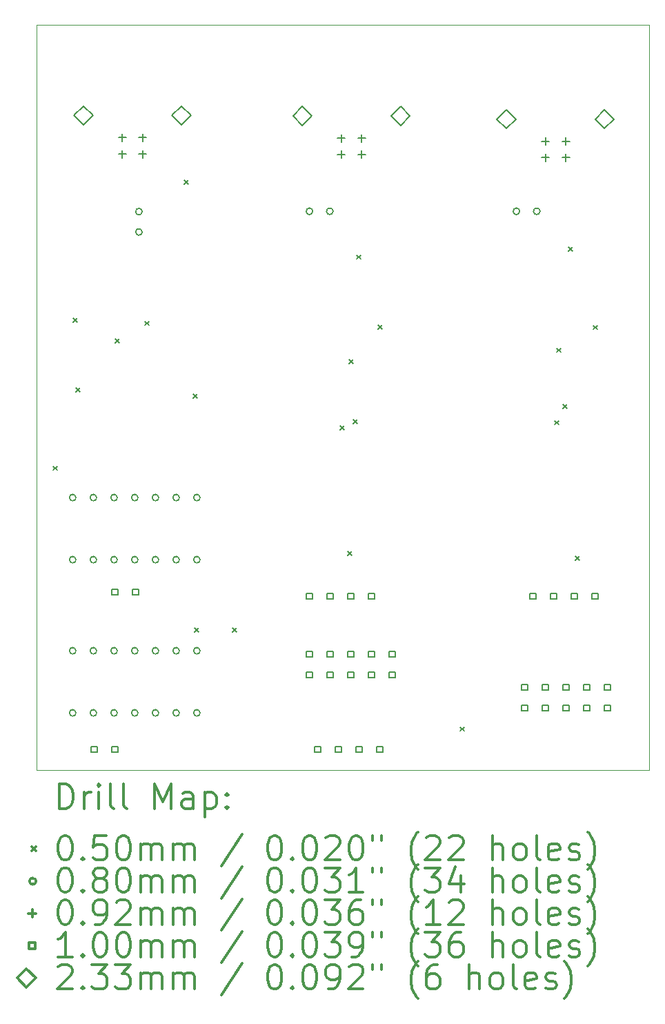
<source format=gbr>
%FSLAX45Y45*%
G04 Gerber Fmt 4.5, Leading zero omitted, Abs format (unit mm)*
G04 Created by KiCad (PCBNEW (5.1.2)-2) date 2019-08-09 03:15:42*
%MOMM*%
%LPD*%
G04 APERTURE LIST*
%ADD10C,0.050000*%
%ADD11C,0.120000*%
%ADD12C,0.200000*%
%ADD13C,0.300000*%
G04 APERTURE END LIST*
D10*
X8737600Y-14122400D02*
X8737600Y-4978400D01*
D11*
X16256000Y-14122400D02*
X16256000Y-4978400D01*
D10*
X8737600Y-4978400D02*
X16256000Y-4978400D01*
X8737600Y-14122400D02*
X16256000Y-14122400D01*
D12*
X8941200Y-10391540D02*
X8991200Y-10441540D01*
X8991200Y-10391540D02*
X8941200Y-10441540D01*
X9187580Y-8577980D02*
X9237580Y-8627980D01*
X9237580Y-8577980D02*
X9187580Y-8627980D01*
X9225680Y-9431420D02*
X9275680Y-9481420D01*
X9275680Y-9431420D02*
X9225680Y-9481420D01*
X9705740Y-8826900D02*
X9755740Y-8876900D01*
X9755740Y-8826900D02*
X9705740Y-8876900D01*
X10068960Y-8613540D02*
X10118960Y-8663540D01*
X10118960Y-8613540D02*
X10068960Y-8663540D01*
X10554100Y-6881260D02*
X10604100Y-6931260D01*
X10604100Y-6881260D02*
X10554100Y-6931260D01*
X10665860Y-9510160D02*
X10715860Y-9560160D01*
X10715860Y-9510160D02*
X10665860Y-9560160D01*
X10683640Y-12375280D02*
X10733640Y-12425280D01*
X10733640Y-12375280D02*
X10683640Y-12425280D01*
X11148460Y-12380360D02*
X11198460Y-12430360D01*
X11198460Y-12380360D02*
X11148460Y-12430360D01*
X12466720Y-9896240D02*
X12516720Y-9946240D01*
X12516720Y-9896240D02*
X12466720Y-9946240D01*
X12560700Y-11440560D02*
X12610700Y-11490560D01*
X12610700Y-11440560D02*
X12560700Y-11490560D01*
X12573400Y-9083440D02*
X12623400Y-9133440D01*
X12623400Y-9083440D02*
X12573400Y-9133440D01*
X12624200Y-9820040D02*
X12674200Y-9870040D01*
X12674200Y-9820040D02*
X12624200Y-9870040D01*
X12669920Y-7800740D02*
X12719920Y-7850740D01*
X12719920Y-7800740D02*
X12669920Y-7850740D01*
X12929000Y-8656720D02*
X12979000Y-8706720D01*
X12979000Y-8656720D02*
X12929000Y-8706720D01*
X13939920Y-13591940D02*
X13989920Y-13641940D01*
X13989920Y-13591940D02*
X13939920Y-13641940D01*
X15098160Y-9832740D02*
X15148160Y-9882740D01*
X15148160Y-9832740D02*
X15098160Y-9882740D01*
X15128640Y-8943740D02*
X15178640Y-8993740D01*
X15178640Y-8943740D02*
X15128640Y-8993740D01*
X15204840Y-9637160D02*
X15254840Y-9687160D01*
X15254840Y-9637160D02*
X15204840Y-9687160D01*
X15265800Y-7704220D02*
X15315800Y-7754220D01*
X15315800Y-7704220D02*
X15265800Y-7754220D01*
X15352160Y-11498980D02*
X15402160Y-11548980D01*
X15402160Y-11498980D02*
X15352160Y-11548980D01*
X15570600Y-8664340D02*
X15620600Y-8714340D01*
X15620600Y-8664340D02*
X15570600Y-8714340D01*
X12130400Y-7264400D02*
G75*
G03X12130400Y-7264400I-40000J0D01*
G01*
X12380400Y-7264400D02*
G75*
G03X12380400Y-7264400I-40000J0D01*
G01*
X10037440Y-7268400D02*
G75*
G03X10037440Y-7268400I-40000J0D01*
G01*
X10037440Y-7518400D02*
G75*
G03X10037440Y-7518400I-40000J0D01*
G01*
X9224640Y-12656820D02*
G75*
G03X9224640Y-12656820I-40000J0D01*
G01*
X9224640Y-13418820D02*
G75*
G03X9224640Y-13418820I-40000J0D01*
G01*
X9478640Y-12656820D02*
G75*
G03X9478640Y-12656820I-40000J0D01*
G01*
X9478640Y-13418820D02*
G75*
G03X9478640Y-13418820I-40000J0D01*
G01*
X9732640Y-12656820D02*
G75*
G03X9732640Y-12656820I-40000J0D01*
G01*
X9732640Y-13418820D02*
G75*
G03X9732640Y-13418820I-40000J0D01*
G01*
X9986640Y-12656820D02*
G75*
G03X9986640Y-12656820I-40000J0D01*
G01*
X9986640Y-13418820D02*
G75*
G03X9986640Y-13418820I-40000J0D01*
G01*
X10240640Y-12656820D02*
G75*
G03X10240640Y-12656820I-40000J0D01*
G01*
X10240640Y-13418820D02*
G75*
G03X10240640Y-13418820I-40000J0D01*
G01*
X10494640Y-12656820D02*
G75*
G03X10494640Y-12656820I-40000J0D01*
G01*
X10494640Y-13418820D02*
G75*
G03X10494640Y-13418820I-40000J0D01*
G01*
X10748640Y-12656820D02*
G75*
G03X10748640Y-12656820I-40000J0D01*
G01*
X10748640Y-13418820D02*
G75*
G03X10748640Y-13418820I-40000J0D01*
G01*
X14670400Y-7264400D02*
G75*
G03X14670400Y-7264400I-40000J0D01*
G01*
X14920400Y-7264400D02*
G75*
G03X14920400Y-7264400I-40000J0D01*
G01*
X9224640Y-10777220D02*
G75*
G03X9224640Y-10777220I-40000J0D01*
G01*
X9224640Y-11539220D02*
G75*
G03X9224640Y-11539220I-40000J0D01*
G01*
X9478640Y-10777220D02*
G75*
G03X9478640Y-10777220I-40000J0D01*
G01*
X9478640Y-11539220D02*
G75*
G03X9478640Y-11539220I-40000J0D01*
G01*
X9732640Y-10777220D02*
G75*
G03X9732640Y-10777220I-40000J0D01*
G01*
X9732640Y-11539220D02*
G75*
G03X9732640Y-11539220I-40000J0D01*
G01*
X9986640Y-10777220D02*
G75*
G03X9986640Y-10777220I-40000J0D01*
G01*
X9986640Y-11539220D02*
G75*
G03X9986640Y-11539220I-40000J0D01*
G01*
X10240640Y-10777220D02*
G75*
G03X10240640Y-10777220I-40000J0D01*
G01*
X10240640Y-11539220D02*
G75*
G03X10240640Y-11539220I-40000J0D01*
G01*
X10494640Y-10777220D02*
G75*
G03X10494640Y-10777220I-40000J0D01*
G01*
X10494640Y-11539220D02*
G75*
G03X10494640Y-11539220I-40000J0D01*
G01*
X10748640Y-10777220D02*
G75*
G03X10748640Y-10777220I-40000J0D01*
G01*
X10748640Y-11539220D02*
G75*
G03X10748640Y-11539220I-40000J0D01*
G01*
X12481000Y-6321000D02*
X12481000Y-6413000D01*
X12435000Y-6367000D02*
X12527000Y-6367000D01*
X12481000Y-6521000D02*
X12481000Y-6613000D01*
X12435000Y-6567000D02*
X12527000Y-6567000D01*
X12731000Y-6321000D02*
X12731000Y-6413000D01*
X12685000Y-6367000D02*
X12777000Y-6367000D01*
X12731000Y-6521000D02*
X12731000Y-6613000D01*
X12685000Y-6567000D02*
X12777000Y-6567000D01*
X14986000Y-6358000D02*
X14986000Y-6450000D01*
X14940000Y-6404000D02*
X15032000Y-6404000D01*
X14986000Y-6558000D02*
X14986000Y-6650000D01*
X14940000Y-6604000D02*
X15032000Y-6604000D01*
X15236000Y-6358000D02*
X15236000Y-6450000D01*
X15190000Y-6404000D02*
X15282000Y-6404000D01*
X15236000Y-6558000D02*
X15236000Y-6650000D01*
X15190000Y-6604000D02*
X15282000Y-6604000D01*
X9794240Y-6314820D02*
X9794240Y-6406820D01*
X9748240Y-6360820D02*
X9840240Y-6360820D01*
X9794240Y-6514820D02*
X9794240Y-6606820D01*
X9748240Y-6560820D02*
X9840240Y-6560820D01*
X10044240Y-6314820D02*
X10044240Y-6406820D01*
X9998240Y-6360820D02*
X10090240Y-6360820D01*
X10044240Y-6514820D02*
X10044240Y-6606820D01*
X9998240Y-6560820D02*
X10090240Y-6560820D01*
X12227356Y-13903756D02*
X12227356Y-13833044D01*
X12156644Y-13833044D01*
X12156644Y-13903756D01*
X12227356Y-13903756D01*
X12481356Y-13903756D02*
X12481356Y-13833044D01*
X12410644Y-13833044D01*
X12410644Y-13903756D01*
X12481356Y-13903756D01*
X12735356Y-13903756D02*
X12735356Y-13833044D01*
X12664644Y-13833044D01*
X12664644Y-13903756D01*
X12735356Y-13903756D01*
X12989356Y-13903756D02*
X12989356Y-13833044D01*
X12918644Y-13833044D01*
X12918644Y-13903756D01*
X12989356Y-13903756D01*
X12125756Y-12024156D02*
X12125756Y-11953444D01*
X12055044Y-11953444D01*
X12055044Y-12024156D01*
X12125756Y-12024156D01*
X12379756Y-12024156D02*
X12379756Y-11953444D01*
X12309044Y-11953444D01*
X12309044Y-12024156D01*
X12379756Y-12024156D01*
X12633756Y-12024156D02*
X12633756Y-11953444D01*
X12563044Y-11953444D01*
X12563044Y-12024156D01*
X12633756Y-12024156D01*
X12887756Y-12024156D02*
X12887756Y-11953444D01*
X12817044Y-11953444D01*
X12817044Y-12024156D01*
X12887756Y-12024156D01*
X9738156Y-11973356D02*
X9738156Y-11902644D01*
X9667444Y-11902644D01*
X9667444Y-11973356D01*
X9738156Y-11973356D01*
X9992156Y-11973356D02*
X9992156Y-11902644D01*
X9921444Y-11902644D01*
X9921444Y-11973356D01*
X9992156Y-11973356D01*
X14868956Y-12024156D02*
X14868956Y-11953444D01*
X14798244Y-11953444D01*
X14798244Y-12024156D01*
X14868956Y-12024156D01*
X15122956Y-12024156D02*
X15122956Y-11953444D01*
X15052244Y-11953444D01*
X15052244Y-12024156D01*
X15122956Y-12024156D01*
X15376956Y-12024156D02*
X15376956Y-11953444D01*
X15306244Y-11953444D01*
X15306244Y-12024156D01*
X15376956Y-12024156D01*
X15630956Y-12024156D02*
X15630956Y-11953444D01*
X15560244Y-11953444D01*
X15560244Y-12024156D01*
X15630956Y-12024156D01*
X14767356Y-13141756D02*
X14767356Y-13071044D01*
X14696644Y-13071044D01*
X14696644Y-13141756D01*
X14767356Y-13141756D01*
X14767356Y-13395756D02*
X14767356Y-13325044D01*
X14696644Y-13325044D01*
X14696644Y-13395756D01*
X14767356Y-13395756D01*
X15021356Y-13141756D02*
X15021356Y-13071044D01*
X14950644Y-13071044D01*
X14950644Y-13141756D01*
X15021356Y-13141756D01*
X15021356Y-13395756D02*
X15021356Y-13325044D01*
X14950644Y-13325044D01*
X14950644Y-13395756D01*
X15021356Y-13395756D01*
X15275356Y-13141756D02*
X15275356Y-13071044D01*
X15204644Y-13071044D01*
X15204644Y-13141756D01*
X15275356Y-13141756D01*
X15275356Y-13395756D02*
X15275356Y-13325044D01*
X15204644Y-13325044D01*
X15204644Y-13395756D01*
X15275356Y-13395756D01*
X15529356Y-13141756D02*
X15529356Y-13071044D01*
X15458644Y-13071044D01*
X15458644Y-13141756D01*
X15529356Y-13141756D01*
X15529356Y-13395756D02*
X15529356Y-13325044D01*
X15458644Y-13325044D01*
X15458644Y-13395756D01*
X15529356Y-13395756D01*
X15783356Y-13141756D02*
X15783356Y-13071044D01*
X15712644Y-13071044D01*
X15712644Y-13141756D01*
X15783356Y-13141756D01*
X15783356Y-13395756D02*
X15783356Y-13325044D01*
X15712644Y-13325044D01*
X15712644Y-13395756D01*
X15783356Y-13395756D01*
X12125756Y-12735356D02*
X12125756Y-12664644D01*
X12055044Y-12664644D01*
X12055044Y-12735356D01*
X12125756Y-12735356D01*
X12125756Y-12989356D02*
X12125756Y-12918644D01*
X12055044Y-12918644D01*
X12055044Y-12989356D01*
X12125756Y-12989356D01*
X12379756Y-12735356D02*
X12379756Y-12664644D01*
X12309044Y-12664644D01*
X12309044Y-12735356D01*
X12379756Y-12735356D01*
X12379756Y-12989356D02*
X12379756Y-12918644D01*
X12309044Y-12918644D01*
X12309044Y-12989356D01*
X12379756Y-12989356D01*
X12633756Y-12735356D02*
X12633756Y-12664644D01*
X12563044Y-12664644D01*
X12563044Y-12735356D01*
X12633756Y-12735356D01*
X12633756Y-12989356D02*
X12633756Y-12918644D01*
X12563044Y-12918644D01*
X12563044Y-12989356D01*
X12633756Y-12989356D01*
X12887756Y-12735356D02*
X12887756Y-12664644D01*
X12817044Y-12664644D01*
X12817044Y-12735356D01*
X12887756Y-12735356D01*
X12887756Y-12989356D02*
X12887756Y-12918644D01*
X12817044Y-12918644D01*
X12817044Y-12989356D01*
X12887756Y-12989356D01*
X13141756Y-12735356D02*
X13141756Y-12664644D01*
X13071044Y-12664644D01*
X13071044Y-12735356D01*
X13141756Y-12735356D01*
X13141756Y-12989356D02*
X13141756Y-12918644D01*
X13071044Y-12918644D01*
X13071044Y-12989356D01*
X13141756Y-12989356D01*
X9484156Y-13903756D02*
X9484156Y-13833044D01*
X9413444Y-13833044D01*
X9413444Y-13903756D01*
X9484156Y-13903756D01*
X9738156Y-13903756D02*
X9738156Y-13833044D01*
X9667444Y-13833044D01*
X9667444Y-13903756D01*
X9738156Y-13903756D01*
X9317240Y-6206320D02*
X9433740Y-6089820D01*
X9317240Y-5973320D01*
X9200740Y-6089820D01*
X9317240Y-6206320D01*
X10521240Y-6206320D02*
X10637740Y-6089820D01*
X10521240Y-5973320D01*
X10404740Y-6089820D01*
X10521240Y-6206320D01*
X12004000Y-6212500D02*
X12120500Y-6096000D01*
X12004000Y-5979500D01*
X11887500Y-6096000D01*
X12004000Y-6212500D01*
X13208000Y-6212500D02*
X13324500Y-6096000D01*
X13208000Y-5979500D01*
X13091500Y-6096000D01*
X13208000Y-6212500D01*
X14509000Y-6249500D02*
X14625500Y-6133000D01*
X14509000Y-6016500D01*
X14392500Y-6133000D01*
X14509000Y-6249500D01*
X15713000Y-6249500D02*
X15829500Y-6133000D01*
X15713000Y-6016500D01*
X15596500Y-6133000D01*
X15713000Y-6249500D01*
D13*
X9021528Y-14594114D02*
X9021528Y-14294114D01*
X9092957Y-14294114D01*
X9135814Y-14308400D01*
X9164386Y-14336971D01*
X9178671Y-14365543D01*
X9192957Y-14422686D01*
X9192957Y-14465543D01*
X9178671Y-14522686D01*
X9164386Y-14551257D01*
X9135814Y-14579829D01*
X9092957Y-14594114D01*
X9021528Y-14594114D01*
X9321528Y-14594114D02*
X9321528Y-14394114D01*
X9321528Y-14451257D02*
X9335814Y-14422686D01*
X9350100Y-14408400D01*
X9378671Y-14394114D01*
X9407243Y-14394114D01*
X9507243Y-14594114D02*
X9507243Y-14394114D01*
X9507243Y-14294114D02*
X9492957Y-14308400D01*
X9507243Y-14322686D01*
X9521528Y-14308400D01*
X9507243Y-14294114D01*
X9507243Y-14322686D01*
X9692957Y-14594114D02*
X9664386Y-14579829D01*
X9650100Y-14551257D01*
X9650100Y-14294114D01*
X9850100Y-14594114D02*
X9821528Y-14579829D01*
X9807243Y-14551257D01*
X9807243Y-14294114D01*
X10192957Y-14594114D02*
X10192957Y-14294114D01*
X10292957Y-14508400D01*
X10392957Y-14294114D01*
X10392957Y-14594114D01*
X10664386Y-14594114D02*
X10664386Y-14436971D01*
X10650100Y-14408400D01*
X10621528Y-14394114D01*
X10564386Y-14394114D01*
X10535814Y-14408400D01*
X10664386Y-14579829D02*
X10635814Y-14594114D01*
X10564386Y-14594114D01*
X10535814Y-14579829D01*
X10521528Y-14551257D01*
X10521528Y-14522686D01*
X10535814Y-14494114D01*
X10564386Y-14479829D01*
X10635814Y-14479829D01*
X10664386Y-14465543D01*
X10807243Y-14394114D02*
X10807243Y-14694114D01*
X10807243Y-14408400D02*
X10835814Y-14394114D01*
X10892957Y-14394114D01*
X10921528Y-14408400D01*
X10935814Y-14422686D01*
X10950100Y-14451257D01*
X10950100Y-14536971D01*
X10935814Y-14565543D01*
X10921528Y-14579829D01*
X10892957Y-14594114D01*
X10835814Y-14594114D01*
X10807243Y-14579829D01*
X11078671Y-14565543D02*
X11092957Y-14579829D01*
X11078671Y-14594114D01*
X11064386Y-14579829D01*
X11078671Y-14565543D01*
X11078671Y-14594114D01*
X11078671Y-14408400D02*
X11092957Y-14422686D01*
X11078671Y-14436971D01*
X11064386Y-14422686D01*
X11078671Y-14408400D01*
X11078671Y-14436971D01*
X8685100Y-15063400D02*
X8735100Y-15113400D01*
X8735100Y-15063400D02*
X8685100Y-15113400D01*
X9078671Y-14924114D02*
X9107243Y-14924114D01*
X9135814Y-14938400D01*
X9150100Y-14952686D01*
X9164386Y-14981257D01*
X9178671Y-15038400D01*
X9178671Y-15109829D01*
X9164386Y-15166971D01*
X9150100Y-15195543D01*
X9135814Y-15209829D01*
X9107243Y-15224114D01*
X9078671Y-15224114D01*
X9050100Y-15209829D01*
X9035814Y-15195543D01*
X9021528Y-15166971D01*
X9007243Y-15109829D01*
X9007243Y-15038400D01*
X9021528Y-14981257D01*
X9035814Y-14952686D01*
X9050100Y-14938400D01*
X9078671Y-14924114D01*
X9307243Y-15195543D02*
X9321528Y-15209829D01*
X9307243Y-15224114D01*
X9292957Y-15209829D01*
X9307243Y-15195543D01*
X9307243Y-15224114D01*
X9592957Y-14924114D02*
X9450100Y-14924114D01*
X9435814Y-15066971D01*
X9450100Y-15052686D01*
X9478671Y-15038400D01*
X9550100Y-15038400D01*
X9578671Y-15052686D01*
X9592957Y-15066971D01*
X9607243Y-15095543D01*
X9607243Y-15166971D01*
X9592957Y-15195543D01*
X9578671Y-15209829D01*
X9550100Y-15224114D01*
X9478671Y-15224114D01*
X9450100Y-15209829D01*
X9435814Y-15195543D01*
X9792957Y-14924114D02*
X9821528Y-14924114D01*
X9850100Y-14938400D01*
X9864386Y-14952686D01*
X9878671Y-14981257D01*
X9892957Y-15038400D01*
X9892957Y-15109829D01*
X9878671Y-15166971D01*
X9864386Y-15195543D01*
X9850100Y-15209829D01*
X9821528Y-15224114D01*
X9792957Y-15224114D01*
X9764386Y-15209829D01*
X9750100Y-15195543D01*
X9735814Y-15166971D01*
X9721528Y-15109829D01*
X9721528Y-15038400D01*
X9735814Y-14981257D01*
X9750100Y-14952686D01*
X9764386Y-14938400D01*
X9792957Y-14924114D01*
X10021528Y-15224114D02*
X10021528Y-15024114D01*
X10021528Y-15052686D02*
X10035814Y-15038400D01*
X10064386Y-15024114D01*
X10107243Y-15024114D01*
X10135814Y-15038400D01*
X10150100Y-15066971D01*
X10150100Y-15224114D01*
X10150100Y-15066971D02*
X10164386Y-15038400D01*
X10192957Y-15024114D01*
X10235814Y-15024114D01*
X10264386Y-15038400D01*
X10278671Y-15066971D01*
X10278671Y-15224114D01*
X10421528Y-15224114D02*
X10421528Y-15024114D01*
X10421528Y-15052686D02*
X10435814Y-15038400D01*
X10464386Y-15024114D01*
X10507243Y-15024114D01*
X10535814Y-15038400D01*
X10550100Y-15066971D01*
X10550100Y-15224114D01*
X10550100Y-15066971D02*
X10564386Y-15038400D01*
X10592957Y-15024114D01*
X10635814Y-15024114D01*
X10664386Y-15038400D01*
X10678671Y-15066971D01*
X10678671Y-15224114D01*
X11264386Y-14909829D02*
X11007243Y-15295543D01*
X11650100Y-14924114D02*
X11678671Y-14924114D01*
X11707243Y-14938400D01*
X11721528Y-14952686D01*
X11735814Y-14981257D01*
X11750100Y-15038400D01*
X11750100Y-15109829D01*
X11735814Y-15166971D01*
X11721528Y-15195543D01*
X11707243Y-15209829D01*
X11678671Y-15224114D01*
X11650100Y-15224114D01*
X11621528Y-15209829D01*
X11607243Y-15195543D01*
X11592957Y-15166971D01*
X11578671Y-15109829D01*
X11578671Y-15038400D01*
X11592957Y-14981257D01*
X11607243Y-14952686D01*
X11621528Y-14938400D01*
X11650100Y-14924114D01*
X11878671Y-15195543D02*
X11892957Y-15209829D01*
X11878671Y-15224114D01*
X11864386Y-15209829D01*
X11878671Y-15195543D01*
X11878671Y-15224114D01*
X12078671Y-14924114D02*
X12107243Y-14924114D01*
X12135814Y-14938400D01*
X12150100Y-14952686D01*
X12164386Y-14981257D01*
X12178671Y-15038400D01*
X12178671Y-15109829D01*
X12164386Y-15166971D01*
X12150100Y-15195543D01*
X12135814Y-15209829D01*
X12107243Y-15224114D01*
X12078671Y-15224114D01*
X12050100Y-15209829D01*
X12035814Y-15195543D01*
X12021528Y-15166971D01*
X12007243Y-15109829D01*
X12007243Y-15038400D01*
X12021528Y-14981257D01*
X12035814Y-14952686D01*
X12050100Y-14938400D01*
X12078671Y-14924114D01*
X12292957Y-14952686D02*
X12307243Y-14938400D01*
X12335814Y-14924114D01*
X12407243Y-14924114D01*
X12435814Y-14938400D01*
X12450100Y-14952686D01*
X12464386Y-14981257D01*
X12464386Y-15009829D01*
X12450100Y-15052686D01*
X12278671Y-15224114D01*
X12464386Y-15224114D01*
X12650100Y-14924114D02*
X12678671Y-14924114D01*
X12707243Y-14938400D01*
X12721528Y-14952686D01*
X12735814Y-14981257D01*
X12750100Y-15038400D01*
X12750100Y-15109829D01*
X12735814Y-15166971D01*
X12721528Y-15195543D01*
X12707243Y-15209829D01*
X12678671Y-15224114D01*
X12650100Y-15224114D01*
X12621528Y-15209829D01*
X12607243Y-15195543D01*
X12592957Y-15166971D01*
X12578671Y-15109829D01*
X12578671Y-15038400D01*
X12592957Y-14981257D01*
X12607243Y-14952686D01*
X12621528Y-14938400D01*
X12650100Y-14924114D01*
X12864386Y-14924114D02*
X12864386Y-14981257D01*
X12978671Y-14924114D02*
X12978671Y-14981257D01*
X13421528Y-15338400D02*
X13407243Y-15324114D01*
X13378671Y-15281257D01*
X13364386Y-15252686D01*
X13350100Y-15209829D01*
X13335814Y-15138400D01*
X13335814Y-15081257D01*
X13350100Y-15009829D01*
X13364386Y-14966971D01*
X13378671Y-14938400D01*
X13407243Y-14895543D01*
X13421528Y-14881257D01*
X13521528Y-14952686D02*
X13535814Y-14938400D01*
X13564386Y-14924114D01*
X13635814Y-14924114D01*
X13664386Y-14938400D01*
X13678671Y-14952686D01*
X13692957Y-14981257D01*
X13692957Y-15009829D01*
X13678671Y-15052686D01*
X13507243Y-15224114D01*
X13692957Y-15224114D01*
X13807243Y-14952686D02*
X13821528Y-14938400D01*
X13850100Y-14924114D01*
X13921528Y-14924114D01*
X13950100Y-14938400D01*
X13964386Y-14952686D01*
X13978671Y-14981257D01*
X13978671Y-15009829D01*
X13964386Y-15052686D01*
X13792957Y-15224114D01*
X13978671Y-15224114D01*
X14335814Y-15224114D02*
X14335814Y-14924114D01*
X14464386Y-15224114D02*
X14464386Y-15066971D01*
X14450100Y-15038400D01*
X14421528Y-15024114D01*
X14378671Y-15024114D01*
X14350100Y-15038400D01*
X14335814Y-15052686D01*
X14650100Y-15224114D02*
X14621528Y-15209829D01*
X14607243Y-15195543D01*
X14592957Y-15166971D01*
X14592957Y-15081257D01*
X14607243Y-15052686D01*
X14621528Y-15038400D01*
X14650100Y-15024114D01*
X14692957Y-15024114D01*
X14721528Y-15038400D01*
X14735814Y-15052686D01*
X14750100Y-15081257D01*
X14750100Y-15166971D01*
X14735814Y-15195543D01*
X14721528Y-15209829D01*
X14692957Y-15224114D01*
X14650100Y-15224114D01*
X14921528Y-15224114D02*
X14892957Y-15209829D01*
X14878671Y-15181257D01*
X14878671Y-14924114D01*
X15150100Y-15209829D02*
X15121528Y-15224114D01*
X15064386Y-15224114D01*
X15035814Y-15209829D01*
X15021528Y-15181257D01*
X15021528Y-15066971D01*
X15035814Y-15038400D01*
X15064386Y-15024114D01*
X15121528Y-15024114D01*
X15150100Y-15038400D01*
X15164386Y-15066971D01*
X15164386Y-15095543D01*
X15021528Y-15124114D01*
X15278671Y-15209829D02*
X15307243Y-15224114D01*
X15364386Y-15224114D01*
X15392957Y-15209829D01*
X15407243Y-15181257D01*
X15407243Y-15166971D01*
X15392957Y-15138400D01*
X15364386Y-15124114D01*
X15321528Y-15124114D01*
X15292957Y-15109829D01*
X15278671Y-15081257D01*
X15278671Y-15066971D01*
X15292957Y-15038400D01*
X15321528Y-15024114D01*
X15364386Y-15024114D01*
X15392957Y-15038400D01*
X15507243Y-15338400D02*
X15521528Y-15324114D01*
X15550100Y-15281257D01*
X15564386Y-15252686D01*
X15578671Y-15209829D01*
X15592957Y-15138400D01*
X15592957Y-15081257D01*
X15578671Y-15009829D01*
X15564386Y-14966971D01*
X15550100Y-14938400D01*
X15521528Y-14895543D01*
X15507243Y-14881257D01*
X8735100Y-15484400D02*
G75*
G03X8735100Y-15484400I-40000J0D01*
G01*
X9078671Y-15320114D02*
X9107243Y-15320114D01*
X9135814Y-15334400D01*
X9150100Y-15348686D01*
X9164386Y-15377257D01*
X9178671Y-15434400D01*
X9178671Y-15505829D01*
X9164386Y-15562971D01*
X9150100Y-15591543D01*
X9135814Y-15605829D01*
X9107243Y-15620114D01*
X9078671Y-15620114D01*
X9050100Y-15605829D01*
X9035814Y-15591543D01*
X9021528Y-15562971D01*
X9007243Y-15505829D01*
X9007243Y-15434400D01*
X9021528Y-15377257D01*
X9035814Y-15348686D01*
X9050100Y-15334400D01*
X9078671Y-15320114D01*
X9307243Y-15591543D02*
X9321528Y-15605829D01*
X9307243Y-15620114D01*
X9292957Y-15605829D01*
X9307243Y-15591543D01*
X9307243Y-15620114D01*
X9492957Y-15448686D02*
X9464386Y-15434400D01*
X9450100Y-15420114D01*
X9435814Y-15391543D01*
X9435814Y-15377257D01*
X9450100Y-15348686D01*
X9464386Y-15334400D01*
X9492957Y-15320114D01*
X9550100Y-15320114D01*
X9578671Y-15334400D01*
X9592957Y-15348686D01*
X9607243Y-15377257D01*
X9607243Y-15391543D01*
X9592957Y-15420114D01*
X9578671Y-15434400D01*
X9550100Y-15448686D01*
X9492957Y-15448686D01*
X9464386Y-15462971D01*
X9450100Y-15477257D01*
X9435814Y-15505829D01*
X9435814Y-15562971D01*
X9450100Y-15591543D01*
X9464386Y-15605829D01*
X9492957Y-15620114D01*
X9550100Y-15620114D01*
X9578671Y-15605829D01*
X9592957Y-15591543D01*
X9607243Y-15562971D01*
X9607243Y-15505829D01*
X9592957Y-15477257D01*
X9578671Y-15462971D01*
X9550100Y-15448686D01*
X9792957Y-15320114D02*
X9821528Y-15320114D01*
X9850100Y-15334400D01*
X9864386Y-15348686D01*
X9878671Y-15377257D01*
X9892957Y-15434400D01*
X9892957Y-15505829D01*
X9878671Y-15562971D01*
X9864386Y-15591543D01*
X9850100Y-15605829D01*
X9821528Y-15620114D01*
X9792957Y-15620114D01*
X9764386Y-15605829D01*
X9750100Y-15591543D01*
X9735814Y-15562971D01*
X9721528Y-15505829D01*
X9721528Y-15434400D01*
X9735814Y-15377257D01*
X9750100Y-15348686D01*
X9764386Y-15334400D01*
X9792957Y-15320114D01*
X10021528Y-15620114D02*
X10021528Y-15420114D01*
X10021528Y-15448686D02*
X10035814Y-15434400D01*
X10064386Y-15420114D01*
X10107243Y-15420114D01*
X10135814Y-15434400D01*
X10150100Y-15462971D01*
X10150100Y-15620114D01*
X10150100Y-15462971D02*
X10164386Y-15434400D01*
X10192957Y-15420114D01*
X10235814Y-15420114D01*
X10264386Y-15434400D01*
X10278671Y-15462971D01*
X10278671Y-15620114D01*
X10421528Y-15620114D02*
X10421528Y-15420114D01*
X10421528Y-15448686D02*
X10435814Y-15434400D01*
X10464386Y-15420114D01*
X10507243Y-15420114D01*
X10535814Y-15434400D01*
X10550100Y-15462971D01*
X10550100Y-15620114D01*
X10550100Y-15462971D02*
X10564386Y-15434400D01*
X10592957Y-15420114D01*
X10635814Y-15420114D01*
X10664386Y-15434400D01*
X10678671Y-15462971D01*
X10678671Y-15620114D01*
X11264386Y-15305829D02*
X11007243Y-15691543D01*
X11650100Y-15320114D02*
X11678671Y-15320114D01*
X11707243Y-15334400D01*
X11721528Y-15348686D01*
X11735814Y-15377257D01*
X11750100Y-15434400D01*
X11750100Y-15505829D01*
X11735814Y-15562971D01*
X11721528Y-15591543D01*
X11707243Y-15605829D01*
X11678671Y-15620114D01*
X11650100Y-15620114D01*
X11621528Y-15605829D01*
X11607243Y-15591543D01*
X11592957Y-15562971D01*
X11578671Y-15505829D01*
X11578671Y-15434400D01*
X11592957Y-15377257D01*
X11607243Y-15348686D01*
X11621528Y-15334400D01*
X11650100Y-15320114D01*
X11878671Y-15591543D02*
X11892957Y-15605829D01*
X11878671Y-15620114D01*
X11864386Y-15605829D01*
X11878671Y-15591543D01*
X11878671Y-15620114D01*
X12078671Y-15320114D02*
X12107243Y-15320114D01*
X12135814Y-15334400D01*
X12150100Y-15348686D01*
X12164386Y-15377257D01*
X12178671Y-15434400D01*
X12178671Y-15505829D01*
X12164386Y-15562971D01*
X12150100Y-15591543D01*
X12135814Y-15605829D01*
X12107243Y-15620114D01*
X12078671Y-15620114D01*
X12050100Y-15605829D01*
X12035814Y-15591543D01*
X12021528Y-15562971D01*
X12007243Y-15505829D01*
X12007243Y-15434400D01*
X12021528Y-15377257D01*
X12035814Y-15348686D01*
X12050100Y-15334400D01*
X12078671Y-15320114D01*
X12278671Y-15320114D02*
X12464386Y-15320114D01*
X12364386Y-15434400D01*
X12407243Y-15434400D01*
X12435814Y-15448686D01*
X12450100Y-15462971D01*
X12464386Y-15491543D01*
X12464386Y-15562971D01*
X12450100Y-15591543D01*
X12435814Y-15605829D01*
X12407243Y-15620114D01*
X12321528Y-15620114D01*
X12292957Y-15605829D01*
X12278671Y-15591543D01*
X12750100Y-15620114D02*
X12578671Y-15620114D01*
X12664386Y-15620114D02*
X12664386Y-15320114D01*
X12635814Y-15362971D01*
X12607243Y-15391543D01*
X12578671Y-15405829D01*
X12864386Y-15320114D02*
X12864386Y-15377257D01*
X12978671Y-15320114D02*
X12978671Y-15377257D01*
X13421528Y-15734400D02*
X13407243Y-15720114D01*
X13378671Y-15677257D01*
X13364386Y-15648686D01*
X13350100Y-15605829D01*
X13335814Y-15534400D01*
X13335814Y-15477257D01*
X13350100Y-15405829D01*
X13364386Y-15362971D01*
X13378671Y-15334400D01*
X13407243Y-15291543D01*
X13421528Y-15277257D01*
X13507243Y-15320114D02*
X13692957Y-15320114D01*
X13592957Y-15434400D01*
X13635814Y-15434400D01*
X13664386Y-15448686D01*
X13678671Y-15462971D01*
X13692957Y-15491543D01*
X13692957Y-15562971D01*
X13678671Y-15591543D01*
X13664386Y-15605829D01*
X13635814Y-15620114D01*
X13550100Y-15620114D01*
X13521528Y-15605829D01*
X13507243Y-15591543D01*
X13950100Y-15420114D02*
X13950100Y-15620114D01*
X13878671Y-15305829D02*
X13807243Y-15520114D01*
X13992957Y-15520114D01*
X14335814Y-15620114D02*
X14335814Y-15320114D01*
X14464386Y-15620114D02*
X14464386Y-15462971D01*
X14450100Y-15434400D01*
X14421528Y-15420114D01*
X14378671Y-15420114D01*
X14350100Y-15434400D01*
X14335814Y-15448686D01*
X14650100Y-15620114D02*
X14621528Y-15605829D01*
X14607243Y-15591543D01*
X14592957Y-15562971D01*
X14592957Y-15477257D01*
X14607243Y-15448686D01*
X14621528Y-15434400D01*
X14650100Y-15420114D01*
X14692957Y-15420114D01*
X14721528Y-15434400D01*
X14735814Y-15448686D01*
X14750100Y-15477257D01*
X14750100Y-15562971D01*
X14735814Y-15591543D01*
X14721528Y-15605829D01*
X14692957Y-15620114D01*
X14650100Y-15620114D01*
X14921528Y-15620114D02*
X14892957Y-15605829D01*
X14878671Y-15577257D01*
X14878671Y-15320114D01*
X15150100Y-15605829D02*
X15121528Y-15620114D01*
X15064386Y-15620114D01*
X15035814Y-15605829D01*
X15021528Y-15577257D01*
X15021528Y-15462971D01*
X15035814Y-15434400D01*
X15064386Y-15420114D01*
X15121528Y-15420114D01*
X15150100Y-15434400D01*
X15164386Y-15462971D01*
X15164386Y-15491543D01*
X15021528Y-15520114D01*
X15278671Y-15605829D02*
X15307243Y-15620114D01*
X15364386Y-15620114D01*
X15392957Y-15605829D01*
X15407243Y-15577257D01*
X15407243Y-15562971D01*
X15392957Y-15534400D01*
X15364386Y-15520114D01*
X15321528Y-15520114D01*
X15292957Y-15505829D01*
X15278671Y-15477257D01*
X15278671Y-15462971D01*
X15292957Y-15434400D01*
X15321528Y-15420114D01*
X15364386Y-15420114D01*
X15392957Y-15434400D01*
X15507243Y-15734400D02*
X15521528Y-15720114D01*
X15550100Y-15677257D01*
X15564386Y-15648686D01*
X15578671Y-15605829D01*
X15592957Y-15534400D01*
X15592957Y-15477257D01*
X15578671Y-15405829D01*
X15564386Y-15362971D01*
X15550100Y-15334400D01*
X15521528Y-15291543D01*
X15507243Y-15277257D01*
X8689100Y-15834400D02*
X8689100Y-15926400D01*
X8643100Y-15880400D02*
X8735100Y-15880400D01*
X9078671Y-15716114D02*
X9107243Y-15716114D01*
X9135814Y-15730400D01*
X9150100Y-15744686D01*
X9164386Y-15773257D01*
X9178671Y-15830400D01*
X9178671Y-15901829D01*
X9164386Y-15958971D01*
X9150100Y-15987543D01*
X9135814Y-16001829D01*
X9107243Y-16016114D01*
X9078671Y-16016114D01*
X9050100Y-16001829D01*
X9035814Y-15987543D01*
X9021528Y-15958971D01*
X9007243Y-15901829D01*
X9007243Y-15830400D01*
X9021528Y-15773257D01*
X9035814Y-15744686D01*
X9050100Y-15730400D01*
X9078671Y-15716114D01*
X9307243Y-15987543D02*
X9321528Y-16001829D01*
X9307243Y-16016114D01*
X9292957Y-16001829D01*
X9307243Y-15987543D01*
X9307243Y-16016114D01*
X9464386Y-16016114D02*
X9521528Y-16016114D01*
X9550100Y-16001829D01*
X9564386Y-15987543D01*
X9592957Y-15944686D01*
X9607243Y-15887543D01*
X9607243Y-15773257D01*
X9592957Y-15744686D01*
X9578671Y-15730400D01*
X9550100Y-15716114D01*
X9492957Y-15716114D01*
X9464386Y-15730400D01*
X9450100Y-15744686D01*
X9435814Y-15773257D01*
X9435814Y-15844686D01*
X9450100Y-15873257D01*
X9464386Y-15887543D01*
X9492957Y-15901829D01*
X9550100Y-15901829D01*
X9578671Y-15887543D01*
X9592957Y-15873257D01*
X9607243Y-15844686D01*
X9721528Y-15744686D02*
X9735814Y-15730400D01*
X9764386Y-15716114D01*
X9835814Y-15716114D01*
X9864386Y-15730400D01*
X9878671Y-15744686D01*
X9892957Y-15773257D01*
X9892957Y-15801829D01*
X9878671Y-15844686D01*
X9707243Y-16016114D01*
X9892957Y-16016114D01*
X10021528Y-16016114D02*
X10021528Y-15816114D01*
X10021528Y-15844686D02*
X10035814Y-15830400D01*
X10064386Y-15816114D01*
X10107243Y-15816114D01*
X10135814Y-15830400D01*
X10150100Y-15858971D01*
X10150100Y-16016114D01*
X10150100Y-15858971D02*
X10164386Y-15830400D01*
X10192957Y-15816114D01*
X10235814Y-15816114D01*
X10264386Y-15830400D01*
X10278671Y-15858971D01*
X10278671Y-16016114D01*
X10421528Y-16016114D02*
X10421528Y-15816114D01*
X10421528Y-15844686D02*
X10435814Y-15830400D01*
X10464386Y-15816114D01*
X10507243Y-15816114D01*
X10535814Y-15830400D01*
X10550100Y-15858971D01*
X10550100Y-16016114D01*
X10550100Y-15858971D02*
X10564386Y-15830400D01*
X10592957Y-15816114D01*
X10635814Y-15816114D01*
X10664386Y-15830400D01*
X10678671Y-15858971D01*
X10678671Y-16016114D01*
X11264386Y-15701829D02*
X11007243Y-16087543D01*
X11650100Y-15716114D02*
X11678671Y-15716114D01*
X11707243Y-15730400D01*
X11721528Y-15744686D01*
X11735814Y-15773257D01*
X11750100Y-15830400D01*
X11750100Y-15901829D01*
X11735814Y-15958971D01*
X11721528Y-15987543D01*
X11707243Y-16001829D01*
X11678671Y-16016114D01*
X11650100Y-16016114D01*
X11621528Y-16001829D01*
X11607243Y-15987543D01*
X11592957Y-15958971D01*
X11578671Y-15901829D01*
X11578671Y-15830400D01*
X11592957Y-15773257D01*
X11607243Y-15744686D01*
X11621528Y-15730400D01*
X11650100Y-15716114D01*
X11878671Y-15987543D02*
X11892957Y-16001829D01*
X11878671Y-16016114D01*
X11864386Y-16001829D01*
X11878671Y-15987543D01*
X11878671Y-16016114D01*
X12078671Y-15716114D02*
X12107243Y-15716114D01*
X12135814Y-15730400D01*
X12150100Y-15744686D01*
X12164386Y-15773257D01*
X12178671Y-15830400D01*
X12178671Y-15901829D01*
X12164386Y-15958971D01*
X12150100Y-15987543D01*
X12135814Y-16001829D01*
X12107243Y-16016114D01*
X12078671Y-16016114D01*
X12050100Y-16001829D01*
X12035814Y-15987543D01*
X12021528Y-15958971D01*
X12007243Y-15901829D01*
X12007243Y-15830400D01*
X12021528Y-15773257D01*
X12035814Y-15744686D01*
X12050100Y-15730400D01*
X12078671Y-15716114D01*
X12278671Y-15716114D02*
X12464386Y-15716114D01*
X12364386Y-15830400D01*
X12407243Y-15830400D01*
X12435814Y-15844686D01*
X12450100Y-15858971D01*
X12464386Y-15887543D01*
X12464386Y-15958971D01*
X12450100Y-15987543D01*
X12435814Y-16001829D01*
X12407243Y-16016114D01*
X12321528Y-16016114D01*
X12292957Y-16001829D01*
X12278671Y-15987543D01*
X12721528Y-15716114D02*
X12664386Y-15716114D01*
X12635814Y-15730400D01*
X12621528Y-15744686D01*
X12592957Y-15787543D01*
X12578671Y-15844686D01*
X12578671Y-15958971D01*
X12592957Y-15987543D01*
X12607243Y-16001829D01*
X12635814Y-16016114D01*
X12692957Y-16016114D01*
X12721528Y-16001829D01*
X12735814Y-15987543D01*
X12750100Y-15958971D01*
X12750100Y-15887543D01*
X12735814Y-15858971D01*
X12721528Y-15844686D01*
X12692957Y-15830400D01*
X12635814Y-15830400D01*
X12607243Y-15844686D01*
X12592957Y-15858971D01*
X12578671Y-15887543D01*
X12864386Y-15716114D02*
X12864386Y-15773257D01*
X12978671Y-15716114D02*
X12978671Y-15773257D01*
X13421528Y-16130400D02*
X13407243Y-16116114D01*
X13378671Y-16073257D01*
X13364386Y-16044686D01*
X13350100Y-16001829D01*
X13335814Y-15930400D01*
X13335814Y-15873257D01*
X13350100Y-15801829D01*
X13364386Y-15758971D01*
X13378671Y-15730400D01*
X13407243Y-15687543D01*
X13421528Y-15673257D01*
X13692957Y-16016114D02*
X13521528Y-16016114D01*
X13607243Y-16016114D02*
X13607243Y-15716114D01*
X13578671Y-15758971D01*
X13550100Y-15787543D01*
X13521528Y-15801829D01*
X13807243Y-15744686D02*
X13821528Y-15730400D01*
X13850100Y-15716114D01*
X13921528Y-15716114D01*
X13950100Y-15730400D01*
X13964386Y-15744686D01*
X13978671Y-15773257D01*
X13978671Y-15801829D01*
X13964386Y-15844686D01*
X13792957Y-16016114D01*
X13978671Y-16016114D01*
X14335814Y-16016114D02*
X14335814Y-15716114D01*
X14464386Y-16016114D02*
X14464386Y-15858971D01*
X14450100Y-15830400D01*
X14421528Y-15816114D01*
X14378671Y-15816114D01*
X14350100Y-15830400D01*
X14335814Y-15844686D01*
X14650100Y-16016114D02*
X14621528Y-16001829D01*
X14607243Y-15987543D01*
X14592957Y-15958971D01*
X14592957Y-15873257D01*
X14607243Y-15844686D01*
X14621528Y-15830400D01*
X14650100Y-15816114D01*
X14692957Y-15816114D01*
X14721528Y-15830400D01*
X14735814Y-15844686D01*
X14750100Y-15873257D01*
X14750100Y-15958971D01*
X14735814Y-15987543D01*
X14721528Y-16001829D01*
X14692957Y-16016114D01*
X14650100Y-16016114D01*
X14921528Y-16016114D02*
X14892957Y-16001829D01*
X14878671Y-15973257D01*
X14878671Y-15716114D01*
X15150100Y-16001829D02*
X15121528Y-16016114D01*
X15064386Y-16016114D01*
X15035814Y-16001829D01*
X15021528Y-15973257D01*
X15021528Y-15858971D01*
X15035814Y-15830400D01*
X15064386Y-15816114D01*
X15121528Y-15816114D01*
X15150100Y-15830400D01*
X15164386Y-15858971D01*
X15164386Y-15887543D01*
X15021528Y-15916114D01*
X15278671Y-16001829D02*
X15307243Y-16016114D01*
X15364386Y-16016114D01*
X15392957Y-16001829D01*
X15407243Y-15973257D01*
X15407243Y-15958971D01*
X15392957Y-15930400D01*
X15364386Y-15916114D01*
X15321528Y-15916114D01*
X15292957Y-15901829D01*
X15278671Y-15873257D01*
X15278671Y-15858971D01*
X15292957Y-15830400D01*
X15321528Y-15816114D01*
X15364386Y-15816114D01*
X15392957Y-15830400D01*
X15507243Y-16130400D02*
X15521528Y-16116114D01*
X15550100Y-16073257D01*
X15564386Y-16044686D01*
X15578671Y-16001829D01*
X15592957Y-15930400D01*
X15592957Y-15873257D01*
X15578671Y-15801829D01*
X15564386Y-15758971D01*
X15550100Y-15730400D01*
X15521528Y-15687543D01*
X15507243Y-15673257D01*
X8720456Y-16311756D02*
X8720456Y-16241044D01*
X8649744Y-16241044D01*
X8649744Y-16311756D01*
X8720456Y-16311756D01*
X9178671Y-16412114D02*
X9007243Y-16412114D01*
X9092957Y-16412114D02*
X9092957Y-16112114D01*
X9064386Y-16154971D01*
X9035814Y-16183543D01*
X9007243Y-16197829D01*
X9307243Y-16383543D02*
X9321528Y-16397829D01*
X9307243Y-16412114D01*
X9292957Y-16397829D01*
X9307243Y-16383543D01*
X9307243Y-16412114D01*
X9507243Y-16112114D02*
X9535814Y-16112114D01*
X9564386Y-16126400D01*
X9578671Y-16140686D01*
X9592957Y-16169257D01*
X9607243Y-16226400D01*
X9607243Y-16297829D01*
X9592957Y-16354971D01*
X9578671Y-16383543D01*
X9564386Y-16397829D01*
X9535814Y-16412114D01*
X9507243Y-16412114D01*
X9478671Y-16397829D01*
X9464386Y-16383543D01*
X9450100Y-16354971D01*
X9435814Y-16297829D01*
X9435814Y-16226400D01*
X9450100Y-16169257D01*
X9464386Y-16140686D01*
X9478671Y-16126400D01*
X9507243Y-16112114D01*
X9792957Y-16112114D02*
X9821528Y-16112114D01*
X9850100Y-16126400D01*
X9864386Y-16140686D01*
X9878671Y-16169257D01*
X9892957Y-16226400D01*
X9892957Y-16297829D01*
X9878671Y-16354971D01*
X9864386Y-16383543D01*
X9850100Y-16397829D01*
X9821528Y-16412114D01*
X9792957Y-16412114D01*
X9764386Y-16397829D01*
X9750100Y-16383543D01*
X9735814Y-16354971D01*
X9721528Y-16297829D01*
X9721528Y-16226400D01*
X9735814Y-16169257D01*
X9750100Y-16140686D01*
X9764386Y-16126400D01*
X9792957Y-16112114D01*
X10021528Y-16412114D02*
X10021528Y-16212114D01*
X10021528Y-16240686D02*
X10035814Y-16226400D01*
X10064386Y-16212114D01*
X10107243Y-16212114D01*
X10135814Y-16226400D01*
X10150100Y-16254971D01*
X10150100Y-16412114D01*
X10150100Y-16254971D02*
X10164386Y-16226400D01*
X10192957Y-16212114D01*
X10235814Y-16212114D01*
X10264386Y-16226400D01*
X10278671Y-16254971D01*
X10278671Y-16412114D01*
X10421528Y-16412114D02*
X10421528Y-16212114D01*
X10421528Y-16240686D02*
X10435814Y-16226400D01*
X10464386Y-16212114D01*
X10507243Y-16212114D01*
X10535814Y-16226400D01*
X10550100Y-16254971D01*
X10550100Y-16412114D01*
X10550100Y-16254971D02*
X10564386Y-16226400D01*
X10592957Y-16212114D01*
X10635814Y-16212114D01*
X10664386Y-16226400D01*
X10678671Y-16254971D01*
X10678671Y-16412114D01*
X11264386Y-16097829D02*
X11007243Y-16483543D01*
X11650100Y-16112114D02*
X11678671Y-16112114D01*
X11707243Y-16126400D01*
X11721528Y-16140686D01*
X11735814Y-16169257D01*
X11750100Y-16226400D01*
X11750100Y-16297829D01*
X11735814Y-16354971D01*
X11721528Y-16383543D01*
X11707243Y-16397829D01*
X11678671Y-16412114D01*
X11650100Y-16412114D01*
X11621528Y-16397829D01*
X11607243Y-16383543D01*
X11592957Y-16354971D01*
X11578671Y-16297829D01*
X11578671Y-16226400D01*
X11592957Y-16169257D01*
X11607243Y-16140686D01*
X11621528Y-16126400D01*
X11650100Y-16112114D01*
X11878671Y-16383543D02*
X11892957Y-16397829D01*
X11878671Y-16412114D01*
X11864386Y-16397829D01*
X11878671Y-16383543D01*
X11878671Y-16412114D01*
X12078671Y-16112114D02*
X12107243Y-16112114D01*
X12135814Y-16126400D01*
X12150100Y-16140686D01*
X12164386Y-16169257D01*
X12178671Y-16226400D01*
X12178671Y-16297829D01*
X12164386Y-16354971D01*
X12150100Y-16383543D01*
X12135814Y-16397829D01*
X12107243Y-16412114D01*
X12078671Y-16412114D01*
X12050100Y-16397829D01*
X12035814Y-16383543D01*
X12021528Y-16354971D01*
X12007243Y-16297829D01*
X12007243Y-16226400D01*
X12021528Y-16169257D01*
X12035814Y-16140686D01*
X12050100Y-16126400D01*
X12078671Y-16112114D01*
X12278671Y-16112114D02*
X12464386Y-16112114D01*
X12364386Y-16226400D01*
X12407243Y-16226400D01*
X12435814Y-16240686D01*
X12450100Y-16254971D01*
X12464386Y-16283543D01*
X12464386Y-16354971D01*
X12450100Y-16383543D01*
X12435814Y-16397829D01*
X12407243Y-16412114D01*
X12321528Y-16412114D01*
X12292957Y-16397829D01*
X12278671Y-16383543D01*
X12607243Y-16412114D02*
X12664386Y-16412114D01*
X12692957Y-16397829D01*
X12707243Y-16383543D01*
X12735814Y-16340686D01*
X12750100Y-16283543D01*
X12750100Y-16169257D01*
X12735814Y-16140686D01*
X12721528Y-16126400D01*
X12692957Y-16112114D01*
X12635814Y-16112114D01*
X12607243Y-16126400D01*
X12592957Y-16140686D01*
X12578671Y-16169257D01*
X12578671Y-16240686D01*
X12592957Y-16269257D01*
X12607243Y-16283543D01*
X12635814Y-16297829D01*
X12692957Y-16297829D01*
X12721528Y-16283543D01*
X12735814Y-16269257D01*
X12750100Y-16240686D01*
X12864386Y-16112114D02*
X12864386Y-16169257D01*
X12978671Y-16112114D02*
X12978671Y-16169257D01*
X13421528Y-16526400D02*
X13407243Y-16512114D01*
X13378671Y-16469257D01*
X13364386Y-16440686D01*
X13350100Y-16397829D01*
X13335814Y-16326400D01*
X13335814Y-16269257D01*
X13350100Y-16197829D01*
X13364386Y-16154971D01*
X13378671Y-16126400D01*
X13407243Y-16083543D01*
X13421528Y-16069257D01*
X13507243Y-16112114D02*
X13692957Y-16112114D01*
X13592957Y-16226400D01*
X13635814Y-16226400D01*
X13664386Y-16240686D01*
X13678671Y-16254971D01*
X13692957Y-16283543D01*
X13692957Y-16354971D01*
X13678671Y-16383543D01*
X13664386Y-16397829D01*
X13635814Y-16412114D01*
X13550100Y-16412114D01*
X13521528Y-16397829D01*
X13507243Y-16383543D01*
X13950100Y-16112114D02*
X13892957Y-16112114D01*
X13864386Y-16126400D01*
X13850100Y-16140686D01*
X13821528Y-16183543D01*
X13807243Y-16240686D01*
X13807243Y-16354971D01*
X13821528Y-16383543D01*
X13835814Y-16397829D01*
X13864386Y-16412114D01*
X13921528Y-16412114D01*
X13950100Y-16397829D01*
X13964386Y-16383543D01*
X13978671Y-16354971D01*
X13978671Y-16283543D01*
X13964386Y-16254971D01*
X13950100Y-16240686D01*
X13921528Y-16226400D01*
X13864386Y-16226400D01*
X13835814Y-16240686D01*
X13821528Y-16254971D01*
X13807243Y-16283543D01*
X14335814Y-16412114D02*
X14335814Y-16112114D01*
X14464386Y-16412114D02*
X14464386Y-16254971D01*
X14450100Y-16226400D01*
X14421528Y-16212114D01*
X14378671Y-16212114D01*
X14350100Y-16226400D01*
X14335814Y-16240686D01*
X14650100Y-16412114D02*
X14621528Y-16397829D01*
X14607243Y-16383543D01*
X14592957Y-16354971D01*
X14592957Y-16269257D01*
X14607243Y-16240686D01*
X14621528Y-16226400D01*
X14650100Y-16212114D01*
X14692957Y-16212114D01*
X14721528Y-16226400D01*
X14735814Y-16240686D01*
X14750100Y-16269257D01*
X14750100Y-16354971D01*
X14735814Y-16383543D01*
X14721528Y-16397829D01*
X14692957Y-16412114D01*
X14650100Y-16412114D01*
X14921528Y-16412114D02*
X14892957Y-16397829D01*
X14878671Y-16369257D01*
X14878671Y-16112114D01*
X15150100Y-16397829D02*
X15121528Y-16412114D01*
X15064386Y-16412114D01*
X15035814Y-16397829D01*
X15021528Y-16369257D01*
X15021528Y-16254971D01*
X15035814Y-16226400D01*
X15064386Y-16212114D01*
X15121528Y-16212114D01*
X15150100Y-16226400D01*
X15164386Y-16254971D01*
X15164386Y-16283543D01*
X15021528Y-16312114D01*
X15278671Y-16397829D02*
X15307243Y-16412114D01*
X15364386Y-16412114D01*
X15392957Y-16397829D01*
X15407243Y-16369257D01*
X15407243Y-16354971D01*
X15392957Y-16326400D01*
X15364386Y-16312114D01*
X15321528Y-16312114D01*
X15292957Y-16297829D01*
X15278671Y-16269257D01*
X15278671Y-16254971D01*
X15292957Y-16226400D01*
X15321528Y-16212114D01*
X15364386Y-16212114D01*
X15392957Y-16226400D01*
X15507243Y-16526400D02*
X15521528Y-16512114D01*
X15550100Y-16469257D01*
X15564386Y-16440686D01*
X15578671Y-16397829D01*
X15592957Y-16326400D01*
X15592957Y-16269257D01*
X15578671Y-16197829D01*
X15564386Y-16154971D01*
X15550100Y-16126400D01*
X15521528Y-16083543D01*
X15507243Y-16069257D01*
X8618600Y-16788900D02*
X8735100Y-16672400D01*
X8618600Y-16555900D01*
X8502100Y-16672400D01*
X8618600Y-16788900D01*
X9007243Y-16536686D02*
X9021528Y-16522400D01*
X9050100Y-16508114D01*
X9121528Y-16508114D01*
X9150100Y-16522400D01*
X9164386Y-16536686D01*
X9178671Y-16565257D01*
X9178671Y-16593829D01*
X9164386Y-16636686D01*
X8992957Y-16808114D01*
X9178671Y-16808114D01*
X9307243Y-16779543D02*
X9321528Y-16793829D01*
X9307243Y-16808114D01*
X9292957Y-16793829D01*
X9307243Y-16779543D01*
X9307243Y-16808114D01*
X9421528Y-16508114D02*
X9607243Y-16508114D01*
X9507243Y-16622400D01*
X9550100Y-16622400D01*
X9578671Y-16636686D01*
X9592957Y-16650971D01*
X9607243Y-16679543D01*
X9607243Y-16750971D01*
X9592957Y-16779543D01*
X9578671Y-16793829D01*
X9550100Y-16808114D01*
X9464386Y-16808114D01*
X9435814Y-16793829D01*
X9421528Y-16779543D01*
X9707243Y-16508114D02*
X9892957Y-16508114D01*
X9792957Y-16622400D01*
X9835814Y-16622400D01*
X9864386Y-16636686D01*
X9878671Y-16650971D01*
X9892957Y-16679543D01*
X9892957Y-16750971D01*
X9878671Y-16779543D01*
X9864386Y-16793829D01*
X9835814Y-16808114D01*
X9750100Y-16808114D01*
X9721528Y-16793829D01*
X9707243Y-16779543D01*
X10021528Y-16808114D02*
X10021528Y-16608114D01*
X10021528Y-16636686D02*
X10035814Y-16622400D01*
X10064386Y-16608114D01*
X10107243Y-16608114D01*
X10135814Y-16622400D01*
X10150100Y-16650971D01*
X10150100Y-16808114D01*
X10150100Y-16650971D02*
X10164386Y-16622400D01*
X10192957Y-16608114D01*
X10235814Y-16608114D01*
X10264386Y-16622400D01*
X10278671Y-16650971D01*
X10278671Y-16808114D01*
X10421528Y-16808114D02*
X10421528Y-16608114D01*
X10421528Y-16636686D02*
X10435814Y-16622400D01*
X10464386Y-16608114D01*
X10507243Y-16608114D01*
X10535814Y-16622400D01*
X10550100Y-16650971D01*
X10550100Y-16808114D01*
X10550100Y-16650971D02*
X10564386Y-16622400D01*
X10592957Y-16608114D01*
X10635814Y-16608114D01*
X10664386Y-16622400D01*
X10678671Y-16650971D01*
X10678671Y-16808114D01*
X11264386Y-16493829D02*
X11007243Y-16879543D01*
X11650100Y-16508114D02*
X11678671Y-16508114D01*
X11707243Y-16522400D01*
X11721528Y-16536686D01*
X11735814Y-16565257D01*
X11750100Y-16622400D01*
X11750100Y-16693829D01*
X11735814Y-16750971D01*
X11721528Y-16779543D01*
X11707243Y-16793829D01*
X11678671Y-16808114D01*
X11650100Y-16808114D01*
X11621528Y-16793829D01*
X11607243Y-16779543D01*
X11592957Y-16750971D01*
X11578671Y-16693829D01*
X11578671Y-16622400D01*
X11592957Y-16565257D01*
X11607243Y-16536686D01*
X11621528Y-16522400D01*
X11650100Y-16508114D01*
X11878671Y-16779543D02*
X11892957Y-16793829D01*
X11878671Y-16808114D01*
X11864386Y-16793829D01*
X11878671Y-16779543D01*
X11878671Y-16808114D01*
X12078671Y-16508114D02*
X12107243Y-16508114D01*
X12135814Y-16522400D01*
X12150100Y-16536686D01*
X12164386Y-16565257D01*
X12178671Y-16622400D01*
X12178671Y-16693829D01*
X12164386Y-16750971D01*
X12150100Y-16779543D01*
X12135814Y-16793829D01*
X12107243Y-16808114D01*
X12078671Y-16808114D01*
X12050100Y-16793829D01*
X12035814Y-16779543D01*
X12021528Y-16750971D01*
X12007243Y-16693829D01*
X12007243Y-16622400D01*
X12021528Y-16565257D01*
X12035814Y-16536686D01*
X12050100Y-16522400D01*
X12078671Y-16508114D01*
X12321528Y-16808114D02*
X12378671Y-16808114D01*
X12407243Y-16793829D01*
X12421528Y-16779543D01*
X12450100Y-16736686D01*
X12464386Y-16679543D01*
X12464386Y-16565257D01*
X12450100Y-16536686D01*
X12435814Y-16522400D01*
X12407243Y-16508114D01*
X12350100Y-16508114D01*
X12321528Y-16522400D01*
X12307243Y-16536686D01*
X12292957Y-16565257D01*
X12292957Y-16636686D01*
X12307243Y-16665257D01*
X12321528Y-16679543D01*
X12350100Y-16693829D01*
X12407243Y-16693829D01*
X12435814Y-16679543D01*
X12450100Y-16665257D01*
X12464386Y-16636686D01*
X12578671Y-16536686D02*
X12592957Y-16522400D01*
X12621528Y-16508114D01*
X12692957Y-16508114D01*
X12721528Y-16522400D01*
X12735814Y-16536686D01*
X12750100Y-16565257D01*
X12750100Y-16593829D01*
X12735814Y-16636686D01*
X12564386Y-16808114D01*
X12750100Y-16808114D01*
X12864386Y-16508114D02*
X12864386Y-16565257D01*
X12978671Y-16508114D02*
X12978671Y-16565257D01*
X13421528Y-16922400D02*
X13407243Y-16908114D01*
X13378671Y-16865257D01*
X13364386Y-16836686D01*
X13350100Y-16793829D01*
X13335814Y-16722400D01*
X13335814Y-16665257D01*
X13350100Y-16593829D01*
X13364386Y-16550971D01*
X13378671Y-16522400D01*
X13407243Y-16479543D01*
X13421528Y-16465257D01*
X13664386Y-16508114D02*
X13607243Y-16508114D01*
X13578671Y-16522400D01*
X13564386Y-16536686D01*
X13535814Y-16579543D01*
X13521528Y-16636686D01*
X13521528Y-16750971D01*
X13535814Y-16779543D01*
X13550100Y-16793829D01*
X13578671Y-16808114D01*
X13635814Y-16808114D01*
X13664386Y-16793829D01*
X13678671Y-16779543D01*
X13692957Y-16750971D01*
X13692957Y-16679543D01*
X13678671Y-16650971D01*
X13664386Y-16636686D01*
X13635814Y-16622400D01*
X13578671Y-16622400D01*
X13550100Y-16636686D01*
X13535814Y-16650971D01*
X13521528Y-16679543D01*
X14050100Y-16808114D02*
X14050100Y-16508114D01*
X14178671Y-16808114D02*
X14178671Y-16650971D01*
X14164386Y-16622400D01*
X14135814Y-16608114D01*
X14092957Y-16608114D01*
X14064386Y-16622400D01*
X14050100Y-16636686D01*
X14364386Y-16808114D02*
X14335814Y-16793829D01*
X14321528Y-16779543D01*
X14307243Y-16750971D01*
X14307243Y-16665257D01*
X14321528Y-16636686D01*
X14335814Y-16622400D01*
X14364386Y-16608114D01*
X14407243Y-16608114D01*
X14435814Y-16622400D01*
X14450100Y-16636686D01*
X14464386Y-16665257D01*
X14464386Y-16750971D01*
X14450100Y-16779543D01*
X14435814Y-16793829D01*
X14407243Y-16808114D01*
X14364386Y-16808114D01*
X14635814Y-16808114D02*
X14607243Y-16793829D01*
X14592957Y-16765257D01*
X14592957Y-16508114D01*
X14864386Y-16793829D02*
X14835814Y-16808114D01*
X14778671Y-16808114D01*
X14750100Y-16793829D01*
X14735814Y-16765257D01*
X14735814Y-16650971D01*
X14750100Y-16622400D01*
X14778671Y-16608114D01*
X14835814Y-16608114D01*
X14864386Y-16622400D01*
X14878671Y-16650971D01*
X14878671Y-16679543D01*
X14735814Y-16708114D01*
X14992957Y-16793829D02*
X15021528Y-16808114D01*
X15078671Y-16808114D01*
X15107243Y-16793829D01*
X15121528Y-16765257D01*
X15121528Y-16750971D01*
X15107243Y-16722400D01*
X15078671Y-16708114D01*
X15035814Y-16708114D01*
X15007243Y-16693829D01*
X14992957Y-16665257D01*
X14992957Y-16650971D01*
X15007243Y-16622400D01*
X15035814Y-16608114D01*
X15078671Y-16608114D01*
X15107243Y-16622400D01*
X15221528Y-16922400D02*
X15235814Y-16908114D01*
X15264386Y-16865257D01*
X15278671Y-16836686D01*
X15292957Y-16793829D01*
X15307243Y-16722400D01*
X15307243Y-16665257D01*
X15292957Y-16593829D01*
X15278671Y-16550971D01*
X15264386Y-16522400D01*
X15235814Y-16479543D01*
X15221528Y-16465257D01*
M02*

</source>
